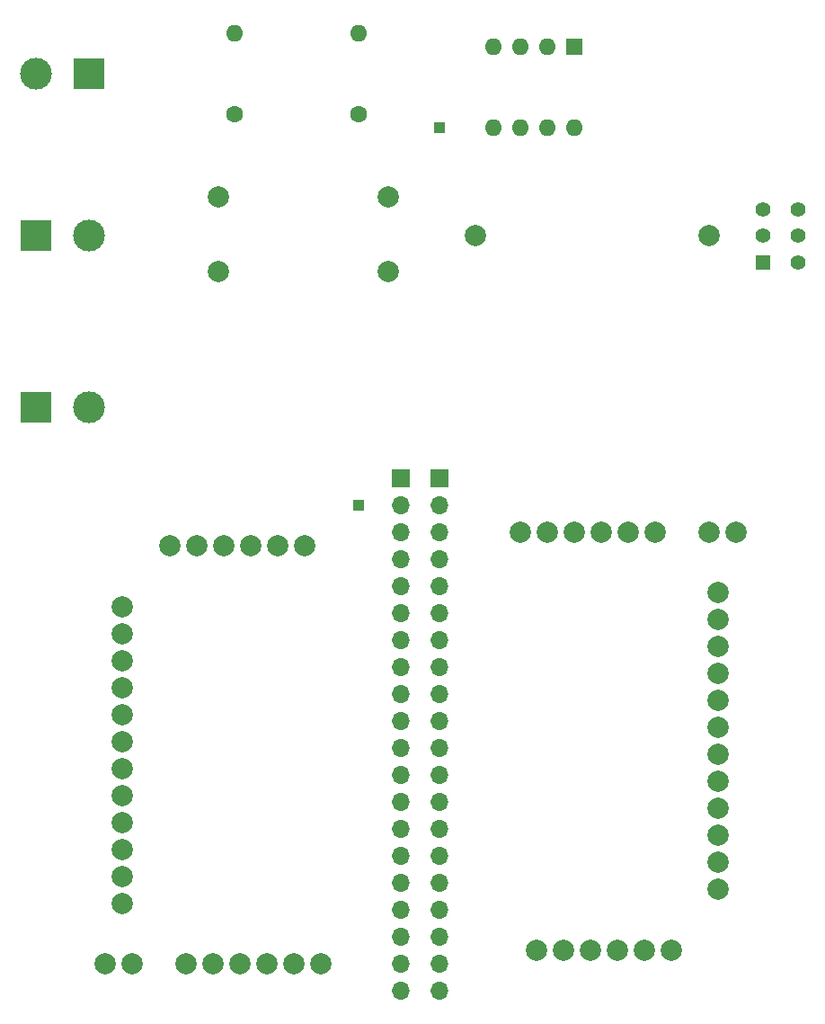
<source format=gbr>
%TF.GenerationSoftware,KiCad,Pcbnew,7.0.5*%
%TF.CreationDate,2023-06-09T13:26:19-05:00*%
%TF.ProjectId,pcbpai,70636270-6169-42e6-9b69-6361645f7063,rev?*%
%TF.SameCoordinates,Original*%
%TF.FileFunction,Copper,L1,Top*%
%TF.FilePolarity,Positive*%
%FSLAX46Y46*%
G04 Gerber Fmt 4.6, Leading zero omitted, Abs format (unit mm)*
G04 Created by KiCad (PCBNEW 7.0.5) date 2023-06-09 13:26:19*
%MOMM*%
%LPD*%
G01*
G04 APERTURE LIST*
%TA.AperFunction,ComponentPad*%
%ADD10C,2.000000*%
%TD*%
%TA.AperFunction,ComponentPad*%
%ADD11C,1.600000*%
%TD*%
%TA.AperFunction,ComponentPad*%
%ADD12O,1.600000X1.600000*%
%TD*%
%TA.AperFunction,ComponentPad*%
%ADD13R,1.600000X1.600000*%
%TD*%
%TA.AperFunction,ComponentPad*%
%ADD14R,3.000000X3.000000*%
%TD*%
%TA.AperFunction,ComponentPad*%
%ADD15C,3.000000*%
%TD*%
%TA.AperFunction,ComponentPad*%
%ADD16R,1.000000X1.000000*%
%TD*%
%TA.AperFunction,ComponentPad*%
%ADD17R,1.700000X1.700000*%
%TD*%
%TA.AperFunction,ComponentPad*%
%ADD18O,1.700000X1.700000*%
%TD*%
%TA.AperFunction,ComponentPad*%
%ADD19R,1.400000X1.400000*%
%TD*%
%TA.AperFunction,ComponentPad*%
%ADD20C,1.400000*%
%TD*%
G04 APERTURE END LIST*
D10*
%TO.P,U4,1,in1*%
%TO.N,Net-(J4-Pin_2)*%
X151922500Y-87217500D03*
%TO.P,U4,2,in2*%
%TO.N,GND*%
X151922500Y-80217500D03*
%TO.P,U4,3,out1*%
%TO.N,Net-(J1-Pin_1)*%
X167922500Y-87217500D03*
%TO.P,U4,4,out2*%
%TO.N,GND*%
X167922500Y-80217500D03*
%TD*%
%TO.P,J1,1,Pin_1*%
%TO.N,Net-(J1-Pin_1)*%
X176120000Y-83820000D03*
%TO.P,J1,2,Pin_2*%
%TO.N,Net-(J1-Pin_2)*%
X198120000Y-83820000D03*
%TD*%
D11*
%TO.P,R1,1*%
%TO.N,+24V*%
X153430000Y-72390000D03*
D12*
%TO.P,R1,2*%
%TO.N,Net-(U6-XTAL1{slash}PB3)*%
X153430000Y-64770000D03*
%TD*%
D13*
%TO.P,U6,1,~{RESET}/PB5*%
%TO.N,unconnected-(U6-~{RESET}{slash}PB5-Pad1)*%
X185420000Y-66040000D03*
D12*
%TO.P,U6,2,XTAL1/PB3*%
%TO.N,Net-(U6-XTAL1{slash}PB3)*%
X182880000Y-66040000D03*
%TO.P,U6,3,XTAL2/PB4*%
%TO.N,unconnected-(U6-XTAL2{slash}PB4-Pad3)*%
X180340000Y-66040000D03*
%TO.P,U6,4,GND*%
%TO.N,GND*%
X177800000Y-66040000D03*
%TO.P,U6,5,AREF/PB0*%
%TO.N,Net-(J6-Pin_1)*%
X177800000Y-73660000D03*
%TO.P,U6,6,PB1*%
%TO.N,unconnected-(U6-PB1-Pad6)*%
X180340000Y-73660000D03*
%TO.P,U6,7,PB2*%
%TO.N,Net-(U6-PB2)*%
X182880000Y-73660000D03*
%TO.P,U6,8,VCC*%
%TO.N,Net-(U6-VCC)*%
X185420000Y-73660000D03*
%TD*%
D14*
%TO.P,J3,1,Pin_1*%
%TO.N,GND*%
X139700000Y-68580000D03*
D15*
%TO.P,J3,2,Pin_2*%
%TO.N,+24V*%
X134700000Y-68580000D03*
%TD*%
D14*
%TO.P,J4,1,Pin_1*%
%TO.N,+24V*%
X134700000Y-83820000D03*
D15*
%TO.P,J4,2,Pin_2*%
%TO.N,Net-(J4-Pin_2)*%
X139700000Y-83820000D03*
%TD*%
D10*
%TO.P,U2,1,?*%
%TO.N,unconnected-(U2-?-Pad1)*%
X194580000Y-151130000D03*
%TO.P,U2,2,GND*%
%TO.N,unconnected-(U2-GND-Pad2)*%
X192040000Y-151130000D03*
%TO.P,U2,3,VM*%
%TO.N,unconnected-(U2-VM-Pad3)*%
X189500000Y-151130000D03*
%TO.P,U2,4,VCC*%
%TO.N,unconnected-(U2-VCC-Pad4)*%
X186960000Y-151130000D03*
%TO.P,U2,5,3v3*%
%TO.N,unconnected-(U2-3v3-Pad5)*%
X184420000Y-151130000D03*
%TO.P,U2,6,RST*%
%TO.N,unconnected-(U2-RST-Pad6)*%
X181880000Y-151130000D03*
%TO.P,U2,7,M2B_2*%
%TO.N,unconnected-(U2-M2B_2-Pad7)*%
X199020000Y-145380000D03*
%TO.P,U2,8,M2B_1*%
%TO.N,unconnected-(U2-M2B_1-Pad8)*%
X199020000Y-142840000D03*
%TO.P,U2,9,M2A_2*%
%TO.N,unconnected-(U2-M2A_2-Pad9)*%
X199020000Y-140300000D03*
%TO.P,U2,10,m2A_1*%
%TO.N,unconnected-(U2-m2A_1-Pad10)*%
X199020000Y-137760000D03*
%TO.P,U2,11,M1B_2*%
%TO.N,unconnected-(U2-M1B_2-Pad11)*%
X199020000Y-135220000D03*
%TO.P,U2,12,M1B_1*%
%TO.N,unconnected-(U2-M1B_1-Pad12)*%
X199020000Y-132680000D03*
%TO.P,U2,13,M1A_2*%
%TO.N,unconnected-(U2-M1A_2-Pad13)*%
X199020000Y-130140000D03*
%TO.P,U2,14,M1A_1*%
%TO.N,unconnected-(U2-M1A_1-Pad14)*%
X199020000Y-127600000D03*
%TO.P,U2,15,GND_2*%
%TO.N,unconnected-(U2-GND_2-Pad15)*%
X199020000Y-125060000D03*
%TO.P,U2,16,GND_1*%
%TO.N,GND*%
X199020000Y-122520000D03*
%TO.P,U2,17,Vin_2*%
%TO.N,unconnected-(U2-Vin_2-Pad17)*%
X199020000Y-119980000D03*
%TO.P,U2,18,Vin1*%
%TO.N,Net-(J5-Pin_2)*%
X199020000Y-117440000D03*
%TO.P,U2,19,M2Fault*%
%TO.N,Net-(U2-M2Fault)*%
X180340000Y-111750000D03*
%TO.P,U2,20,M1Fault*%
%TO.N,unconnected-(U2-M1Fault-Pad20)*%
X182880000Y-111750000D03*
%TO.P,U2,21,M2PWM*%
%TO.N,Net-(U2-M2PWM)*%
X185420000Y-111750000D03*
%TO.P,U2,22,M1PWM*%
%TO.N,Net-(U2-M1PWM)*%
X187960000Y-111750000D03*
%TO.P,U2,23,M2Dir*%
%TO.N,Net-(U2-M2Dir)*%
X190500000Y-111760000D03*
%TO.P,U2,24,M1Dir*%
%TO.N,Net-(U2-M1Dir)*%
X193040000Y-111750000D03*
%TO.P,U2,25,M2EN*%
%TO.N,unconnected-(U2-M2EN-Pad25)*%
X198120000Y-111750000D03*
%TO.P,U2,26,M1EN*%
%TO.N,Net-(U2-M1EN)*%
X200660000Y-111750000D03*
%TD*%
D16*
%TO.P,J2,1,Pin_1*%
%TO.N,Net-(J2-Pin_1)*%
X165100000Y-109220000D03*
%TD*%
%TO.P,J6,1,Pin_1*%
%TO.N,Net-(J6-Pin_1)*%
X172720000Y-73660000D03*
%TD*%
D11*
%TO.P,R2,1*%
%TO.N,Net-(U6-XTAL1{slash}PB3)*%
X165100000Y-72390000D03*
D12*
%TO.P,R2,2*%
%TO.N,GND*%
X165100000Y-64770000D03*
%TD*%
D10*
%TO.P,U1,1,?*%
%TO.N,unconnected-(U1-?-Pad1)*%
X147320000Y-113020000D03*
%TO.P,U1,2,GND*%
%TO.N,unconnected-(U1-GND-Pad2)*%
X149860000Y-113020000D03*
%TO.P,U1,3,VM*%
%TO.N,unconnected-(U1-VM-Pad3)*%
X152400000Y-113020000D03*
%TO.P,U1,4,VCC*%
%TO.N,unconnected-(U1-VCC-Pad4)*%
X154940000Y-113020000D03*
%TO.P,U1,5,3v3*%
%TO.N,unconnected-(U1-3v3-Pad5)*%
X157480000Y-113020000D03*
%TO.P,U1,6,RST*%
%TO.N,unconnected-(U1-RST-Pad6)*%
X160020000Y-113020000D03*
%TO.P,U1,7,M2B_2*%
%TO.N,unconnected-(U1-M2B_2-Pad7)*%
X142880000Y-118770000D03*
%TO.P,U1,8,M2B_1*%
%TO.N,unconnected-(U1-M2B_1-Pad8)*%
X142880000Y-121310000D03*
%TO.P,U1,9,M2A_2*%
%TO.N,unconnected-(U1-M2A_2-Pad9)*%
X142880000Y-123850000D03*
%TO.P,U1,10,m2A_1*%
%TO.N,unconnected-(U1-m2A_1-Pad10)*%
X142880000Y-126390000D03*
%TO.P,U1,11,M1B_2*%
%TO.N,unconnected-(U1-M1B_2-Pad11)*%
X142880000Y-128930000D03*
%TO.P,U1,12,M1B_1*%
%TO.N,unconnected-(U1-M1B_1-Pad12)*%
X142880000Y-131470000D03*
%TO.P,U1,13,M1A_2*%
%TO.N,unconnected-(U1-M1A_2-Pad13)*%
X142880000Y-134010000D03*
%TO.P,U1,14,M1A_1*%
%TO.N,unconnected-(U1-M1A_1-Pad14)*%
X142880000Y-136550000D03*
%TO.P,U1,15,GND_2*%
%TO.N,unconnected-(U1-GND_2-Pad15)*%
X142880000Y-139090000D03*
%TO.P,U1,16,GND_1*%
%TO.N,GND*%
X142880000Y-141630000D03*
%TO.P,U1,17,Vin_2*%
%TO.N,unconnected-(U1-Vin_2-Pad17)*%
X142880000Y-144170000D03*
%TO.P,U1,18,Vin1*%
%TO.N,Net-(J5-Pin_2)*%
X142880000Y-146710000D03*
%TO.P,U1,19,M2Fault*%
%TO.N,Net-(U1-M2Fault)*%
X161560000Y-152400000D03*
%TO.P,U1,20,M1Fault*%
%TO.N,unconnected-(U1-M1Fault-Pad20)*%
X159020000Y-152400000D03*
%TO.P,U1,21,M2PWM*%
%TO.N,Net-(U1-M2PWM)*%
X156480000Y-152400000D03*
%TO.P,U1,22,M1PWM*%
%TO.N,Net-(U1-M1PWM)*%
X153940000Y-152400000D03*
%TO.P,U1,23,M2Dir*%
%TO.N,Net-(U1-M2Dir)*%
X151400000Y-152390000D03*
%TO.P,U1,24,M1Dir*%
%TO.N,Net-(U1-M1Dir)*%
X148860000Y-152400000D03*
%TO.P,U1,25,M2EN*%
%TO.N,Net-(U1-M2EN)*%
X143780000Y-152400000D03*
%TO.P,U1,26,M1EN*%
%TO.N,unconnected-(U1-M1EN-Pad26)*%
X141240000Y-152400000D03*
%TD*%
D14*
%TO.P,J5,1,Pin_1*%
%TO.N,Net-(J4-Pin_2)*%
X134700000Y-99985000D03*
D15*
%TO.P,J5,2,Pin_2*%
%TO.N,Net-(J5-Pin_2)*%
X139700000Y-99985000D03*
%TD*%
D17*
%TO.P,U3,1,1*%
%TO.N,Net-(U6-VCC)*%
X169120000Y-106680000D03*
%TO.P,U3,2,2*%
%TO.N,Net-(SW1-A-Pad1)*%
X172720000Y-106680000D03*
D18*
%TO.P,U3,3,3*%
%TO.N,Net-(J2-Pin_1)*%
X169120000Y-109220000D03*
%TO.P,U3,4,4*%
%TO.N,unconnected-(U3-Pad4)*%
X172720000Y-109220000D03*
%TO.P,U3,5,5*%
%TO.N,Net-(U6-PB2)*%
X169120000Y-111760000D03*
%TO.P,U3,6,6*%
%TO.N,unconnected-(U3-Pad6)*%
X172720000Y-111760000D03*
%TO.P,U3,7,7*%
%TO.N,unconnected-(U3-Pad7)*%
X169120000Y-114300000D03*
%TO.P,U3,8,8*%
%TO.N,unconnected-(U3-Pad8)*%
X172720000Y-114300000D03*
%TO.P,U3,9,9*%
%TO.N,unconnected-(U3-Pad9)*%
X169120000Y-116840000D03*
%TO.P,U3,10,10*%
%TO.N,Net-(U2-M2Fault)*%
X172720000Y-116840000D03*
%TO.P,U3,11,11*%
%TO.N,unconnected-(U3-Pad11)*%
X169120000Y-119380000D03*
%TO.P,U3,12,12*%
%TO.N,Net-(U2-M2PWM)*%
X172720000Y-119380000D03*
%TO.P,U3,13,13*%
%TO.N,unconnected-(U3-Pad13)*%
X169120000Y-121920000D03*
%TO.P,U3,14,14*%
%TO.N,unconnected-(U3-Pad14)*%
X172720000Y-121920000D03*
%TO.P,U3,15,15*%
%TO.N,Net-(U1-M2EN)*%
X169120000Y-124460000D03*
%TO.P,U3,16,16*%
%TO.N,unconnected-(U3-Pad16)*%
X172720000Y-124460000D03*
%TO.P,U3,17,17*%
%TO.N,unconnected-(U3-Pad17)*%
X169120000Y-127000000D03*
%TO.P,U3,18,18*%
%TO.N,unconnected-(U3-Pad18)*%
X172720000Y-127000000D03*
%TO.P,U3,19,19*%
%TO.N,unconnected-(U3-Pad19)*%
X169120000Y-129540000D03*
%TO.P,U3,20,20*%
%TO.N,unconnected-(U3-Pad20)*%
X172720000Y-129540000D03*
%TO.P,U3,21,21*%
%TO.N,unconnected-(U3-Pad21)*%
X169120000Y-132080000D03*
%TO.P,U3,22,22*%
%TO.N,unconnected-(U3-Pad22)*%
X172720000Y-132080000D03*
%TO.P,U3,23,23*%
%TO.N,unconnected-(U3-Pad23)*%
X169120000Y-134620000D03*
%TO.P,U3,24,24*%
%TO.N,unconnected-(U3-Pad24)*%
X172720000Y-134620000D03*
%TO.P,U3,25,25*%
%TO.N,unconnected-(U3-Pad25)*%
X169120000Y-137160000D03*
%TO.P,U3,26,26*%
%TO.N,unconnected-(U3-Pad26)*%
X172720000Y-137160000D03*
%TO.P,U3,27,27*%
%TO.N,unconnected-(U3-Pad27)*%
X169120000Y-139700000D03*
%TO.P,U3,28,28*%
%TO.N,unconnected-(U3-Pad28)*%
X172720000Y-139700000D03*
%TO.P,U3,29,29*%
%TO.N,Net-(U1-M1Dir)*%
X169120000Y-142240000D03*
%TO.P,U3,30,30*%
%TO.N,unconnected-(U3-Pad30)*%
X172720000Y-142240000D03*
%TO.P,U3,31,31*%
%TO.N,Net-(U1-M2Dir)*%
X169120000Y-144780000D03*
%TO.P,U3,32,32*%
%TO.N,Net-(U2-M1PWM)*%
X172720000Y-144780000D03*
%TO.P,U3,33,33*%
%TO.N,Net-(U1-M1PWM)*%
X169120000Y-147320000D03*
%TO.P,U3,34,34*%
%TO.N,unconnected-(U3-Pad34)*%
X172720000Y-147320000D03*
%TO.P,U3,35,35*%
%TO.N,Net-(U1-M2PWM)*%
X169120000Y-149860000D03*
%TO.P,U3,36,36*%
%TO.N,Net-(U2-M2Dir)*%
X172720000Y-149860000D03*
%TO.P,U3,37,37*%
%TO.N,Net-(U1-M2Fault)*%
X169120000Y-152400000D03*
%TO.P,U3,38,38*%
%TO.N,Net-(U2-M1Dir)*%
X172720000Y-152400000D03*
%TO.P,U3,39,39*%
%TO.N,unconnected-(U3-Pad39)*%
X169120000Y-154940000D03*
%TO.P,U3,40,40*%
%TO.N,Net-(U2-M1EN)*%
X172720000Y-154940000D03*
%TD*%
D19*
%TO.P,SW1,1,A*%
%TO.N,Net-(SW1-A-Pad1)*%
X203200000Y-86360000D03*
D20*
%TO.P,SW1,2,B*%
%TO.N,Net-(J1-Pin_2)*%
X203200000Y-83860000D03*
%TO.P,SW1,3,C*%
%TO.N,unconnected-(SW1-C-Pad3)*%
X203200000Y-81360000D03*
%TO.P,SW1,4,A*%
%TO.N,unconnected-(SW1-A-Pad4)*%
X206500000Y-86360000D03*
%TO.P,SW1,5,B*%
%TO.N,unconnected-(SW1-B-Pad5)*%
X206500000Y-83860000D03*
%TO.P,SW1,6,C*%
%TO.N,unconnected-(SW1-C-Pad6)*%
X206500000Y-81360000D03*
%TD*%
M02*

</source>
